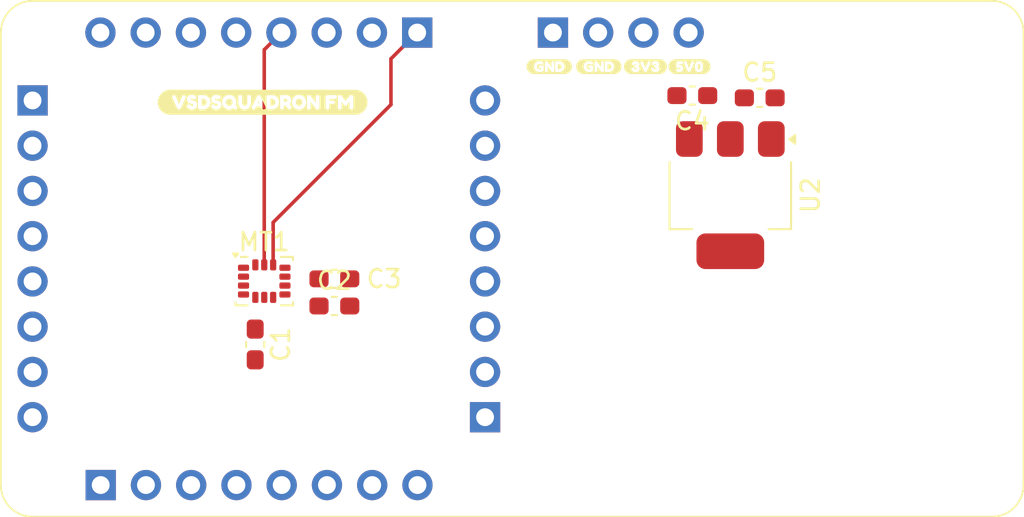
<source format=kicad_pcb>
(kicad_pcb (version 20240108) (generator "pcbnew") (generator_version "8.0")
  (layers (0 "F.Cu" signal) (31 "B.Cu" signal) (34 "B.Paste" user) (35 "F.Paste" user) (36 "B.SilkS" user "B.Silkscreen") (37 "F.SilkS" user "F.Silkscreen") (38 "B.Mask" user) (39 "F.Mask" user) (44 "Edge.Cuts" user))
  (net 0 "")
  (net 1 "GND")
  (net 2 "+3.3V")
  (net 3 "+5V")
  (net 4 "/AP_SDO")
  (net 6 "/AP_SDIO")
  (net 7 "/AP_CS")
  (net 8 "/INT1")
  (net 11 "/AP_SCL")
  (net 13 "/INT2")
  (footprint "Capacitor_SMD:C_0603_1608Metric_Pad1.08x0.95mm_HandSolder" (layer "F.Cu") (at 125.145764 111.233764)
    (property "Reference" "C2" (at 0 -1.43 360) (layer "F.SilkS"))
    (property "Value" "0.1uF")
    (fp_line (start -0.146267 -0.51) (end 0.146267 -0.51) (stroke (width 0.12)) (layer "F.SilkS"))
    (fp_line (start -0.146267 0.51) (end 0.146267 0.51) (stroke (width 0.12)) (layer "F.SilkS"))
    (pad "1" smd roundrect (at -0.8625 0) (size 1.075 0.95) (layers "F.Cu" "F.Paste" "F.Mask") (net 2 "+3.3V"))
    (pad "2" smd roundrect (at 0.8625 0) (size 1.075 0.95) (layers "F.Cu" "F.Paste" "F.Mask") (net 1 "GND"))
  )
  (footprint "Capacitor_SMD:C_0603_1608Metric_Pad1.08x0.95mm_HandSolder" (layer "F.Cu") (at 149.021764 99.549764)
    (property "Reference" "C5" (at 0 -1.43 360) (layer "F.SilkS"))
    (property "Value" "22uF")
    (fp_line (start -0.146267 -0.51) (end 0.146267 -0.51) (stroke (width 0.12)) (layer "F.SilkS"))
    (fp_line (start -0.146267 0.51) (end 0.146267 0.51) (stroke (width 0.12)) (layer "F.SilkS"))
    (pad "1" smd roundrect (at -0.8625 0) (size 1.075 0.95) (layers "F.Cu" "F.Paste" "F.Mask") (net 2 "+3.3V"))
    (pad "2" smd roundrect (at 0.8625 0) (size 1.075 0.95) (layers "F.Cu" "F.Paste" "F.Mask") (net 1 "GND"))
  )
  (footprint "Capacitor_SMD:C_0603_1608Metric_Pad1.08x0.95mm_HandSolder" (layer "F.Cu") (at 125.145764 109.709764)
    (property "Reference" "C3" (at 2.794 0 0) (layer "F.SilkS"))
    (property "Value" "2.2uF")
    (fp_line (start -0.146267 -0.51) (end 0.146267 -0.51) (stroke (width 0.12)) (layer "F.SilkS"))
    (fp_line (start -0.146267 0.51) (end 0.146267 0.51) (stroke (width 0.12)) (layer "F.SilkS"))
    (pad "1" smd roundrect (at -0.8625 0) (size 1.075 0.95) (layers "F.Cu" "F.Paste" "F.Mask") (net 2 "+3.3V"))
    (pad "2" smd roundrect (at 0.8625 0) (size 1.075 0.95) (layers "F.Cu" "F.Paste" "F.Mask") (net 1 "GND"))
  )
  (footprint "Capacitor_SMD:C_0603_1608Metric_Pad1.08x0.95mm_HandSolder" (layer "F.Cu") (at 120.700764 113.392764 -90)
    (property "Reference" "C1" (at 0 -1.43 90) (layer "F.SilkS"))
    (property "Value" "10nF")
    (fp_line (start -0.146267 0.51) (end 0.146267 0.51) (stroke (width 0.12)) (layer "F.SilkS"))
    (fp_line (start -0.146267 -0.51) (end 0.146267 -0.51) (stroke (width 0.12)) (layer "F.SilkS"))
    (pad "1" smd roundrect (at -0.8625 0 270) (size 1.075 0.95) (layers "F.Cu" "F.Paste" "F.Mask") (net 2 "+3.3V"))
    (pad "2" smd roundrect (at 0.8625 0 270) (size 1.075 0.95) (layers "F.Cu" "F.Paste" "F.Mask") (net 1 "GND"))
  )
  (footprint "VSDsquadron_FM:VSDSquadron_FM" (layer "F.Cu") (at 147.116764 115.297764)
    (property "Reference" "U1" (hide yes))
    (property "Value" "VSDSquadron FM" (hide yes))
    (fp_line (start -40.690764 5.987236) (end -40.690764 -19.412764) (stroke (width 0.1)) (layer "F.SilkS"))
    (fp_line (start -38.912764 -21.190764) (end 14.935236 -21.190764) (stroke (width 0.1)) (layer "F.SilkS"))
    (fp_line (start 14.935236 7.765236) (end -38.912764 7.765236) (stroke (width 0.1)) (layer "F.SilkS"))
    (fp_line (start 16.713236 -19.412764) (end 16.713236 5.987236) (stroke (width 0.1)) (layer "F.SilkS"))
    (fp_arc (start -40.690764 -19.412764) (mid -40.17 -20.67) (end -38.912764 -21.190764) (stroke (width 0.1)) (layer "F.SilkS"))
    (fp_arc (start -38.912764 7.765236) (mid -40.17 7.244472) (end -40.690764 5.987236) (stroke (width 0.1)) (layer "F.SilkS"))
    (fp_arc (start 14.935236 -21.190764) (mid 16.192446 -20.669975) (end 16.713236 -19.412764) (stroke (width 0.1)) (layer "F.SilkS"))
    (fp_arc (start 16.713236 5.987236) (mid 16.192461 7.244461) (end 14.935236 7.765236) (stroke (width 0.1)) (layer "F.SilkS"))
    (fp_poly (pts (xy -26.214592 -15.55608) (xy -26.268383 -15.445064) (xy -26.160801 -15.445064) (xy -26.214592 -15.55608)) (fill solid) (layer "F.SilkS"))
    (fp_poly (pts (xy -24.808011 -15.525179) (xy -24.682117 -15.525179) (xy -24.627182 -15.54578) (xy -24.600858 -15.608727) (xy -24.625465 -15.66824) (xy -24.684406 -15.692275) (xy -24.808011 -15.692275) (xy -24.808011 -15.525179)) (fill solid) (layer "F.SilkS"))
    (fp_poly (pts (xy -29.416881 -15.311159) (xy -29.324177 -15.311159) (xy -29.251788 -15.325036) (xy -29.190272 -15.366667) (xy -29.148212 -15.42804) (xy -29.134192 -15.501144) (xy -29.148212 -15.574392) (xy -29.190272 -15.636195) (xy -29.252074 -15.678255) (xy -29.325322 -15.692275) (xy -29.416881 -15.692275) (xy -29.416881 -15.311159)) (fill solid) (layer "F.SilkS"))
    (fp_poly (pts (xy -25.565665 -15.311159) (xy -25.472961 -15.311159) (xy -25.400572 -15.325036) (xy -25.339056 -15.366667) (xy -25.296996 -15.42804) (xy -25.282976 -15.501144) (xy -25.296996 -15.574392) (xy -25.339056 -15.636195) (xy -25.400858 -15.678255) (xy -25.474106 -15.692275) (xy -25.565665 -15.692275) (xy -25.565665 -15.311159)) (fill solid) (layer "F.SilkS"))
    (fp_poly (pts (xy -9.421889 -17.356652) (xy -9.352361 -17.356652) (xy -9.298069 -17.36706) (xy -9.251931 -17.398283) (xy -9.220386 -17.444313) (xy -9.209871 -17.499142) (xy -9.220386 -17.554077) (xy -9.251931 -17.600429) (xy -9.298283 -17.631974) (xy -9.353219 -17.642489) (xy -9.421889 -17.642489) (xy -9.421889 -17.356652)) (fill solid) (layer "F.SilkS"))
    (fp_poly (pts (xy -6.637769 -17.356652) (xy -6.568241 -17.356652) (xy -6.513949 -17.36706) (xy -6.467811 -17.398283) (xy -6.436266 -17.444313) (xy -6.425751 -17.499142) (xy -6.436266 -17.554077) (xy -6.467811 -17.600429) (xy -6.514163 -17.631974) (xy -6.569099 -17.642489) (xy -6.637769 -17.642489) (xy -6.637769 -17.356652)) (fill solid) (layer "F.SilkS"))
    (fp_poly (pts (xy -27.876395 -15.297425) (xy -27.803577 -15.311874) (xy -27.743062 -15.355222) (xy -27.702289 -15.420029) (xy -27.688698 -15.498856) (xy -27.702432 -15.57711) (xy -27.743634 -15.642489) (xy -27.804006 -15.686695) (xy -27.87525 -15.701431) (xy -27.947353 -15.686695) (xy -28.008011 -15.642489) (xy -28.049213 -15.57711) (xy -28.062947 -15.498856) (xy -28.049213 -15.421459) (xy -28.008011 -15.356366) (xy -27.947639 -15.31216) (xy -27.876395 -15.297425)) (fill solid) (layer "F.SilkS"))
    (fp_poly (pts (xy -23.95422 -15.297425) (xy -23.881402 -15.311874) (xy -23.820887 -15.355222) (xy -23.780114 -15.420029) (xy -23.766524 -15.498856) (xy -23.780258 -15.57711) (xy -23.821459 -15.642489) (xy -23.881831 -15.686695) (xy -23.953076 -15.701431) (xy -24.025179 -15.686695) (xy -24.085837 -15.642489) (xy -24.127039 -15.57711) (xy -24.140773 -15.498856) (xy -24.126896 -15.422175) (xy -24.085265 -15.356938) (xy -24.02475 -15.312303) (xy -23.95422 -15.297425)) (fill solid) (layer "F.SilkS"))
    (fp_poly (pts (xy -1.509656 -17.348284) (xy -1.474034 -17.359872) (xy -1.452145 -17.386052) (xy -1.440987 -17.424679) (xy -1.436266 -17.462447) (xy -1.435836 -17.496782) (xy -1.435836 -17.501073) (xy -1.440397 -17.567919) (xy -1.454077 -17.615666) (xy -1.476877 -17.644314) (xy -1.508798 -17.653863) (xy -1.541094 -17.64426) (xy -1.564163 -17.615451) (xy -1.578004 -17.567436) (xy -1.582618 -17.500215) (xy -1.578057 -17.433745) (xy -1.564377 -17.386267) (xy -1.541577 -17.357779) (xy -1.509656 -17.348284)) (fill solid) (layer "F.SilkS"))
    (fp_poly (pts (xy -2.795493 -17.921674) (xy -2.795565 -17.921674) (xy -2.836665 -17.919655) (xy -2.877369 -17.913617) (xy -2.917285 -17.903619) (xy -2.956029 -17.889756) (xy -2.993228 -17.872162) (xy -3.028523 -17.851007) (xy -3.061574 -17.826495) (xy -3.092064 -17.79886) (xy -3.119698 -17.768371) (xy -3.144211 -17.735319) (xy -3.165366 -17.700024) (xy -3.18296 -17.662825) (xy -3.196822 -17.624081) (xy -3.206821 -17.584165) (xy -3.212859 -17.543461) (xy -3.214878 -17.502361) (xy -3.212859 -17.461261) (xy -3.206821 -17.420557) (xy -3.196822 -17.380641) (xy -3.18296 -17.341897) (xy -3.165366 -17.304698) (xy -3.144211 -17.269403) (xy -3.119698 -17.236351) (xy -3.092064 -17.205862) (xy -3.061574 -17.178227) (xy -3.028523 -17.153715) (xy -2.993228 -17.13256) (xy -2.956029 -17.114966) (xy -2.917285 -17.101103) (xy -2.877369 -17.091105) (xy -2.836665 -17.085067) (xy -2.795565 -17.083048) (xy -2.795493 -17.083048) (xy -2.59721 -17.083048) (xy -2.59721 -17.190344) (xy -2.643562 -17.194099) (xy -2.68648 -17.205365) (xy -2.744849 -17.234979) (xy -2.762875 -17.25043) (xy -2.795493 -17.30279) (xy -2.763733 -17.361159) (xy -2.710515 -17.390344) (xy -2.652145 -17.362018) (xy -2.60236 -17.348284) (xy -2.561158 -17.361159) (xy -2.546566 -17.397211) (xy -2.562017 -17.432833) (xy -2.599785 -17.446996) (xy -2.633261 -17.434979) (xy -2.68133 -17.414378) (xy -2.737124 -17.431546) (xy -2.775321 -17.457297) (xy -2.786051 -17.482189) (xy -2.754291 -17.725966) (xy -2.75 -17.75) (xy -2.740128 -17.773606) (xy -2.716094 -17.796352) (xy -2.675321 -17.804078) (xy -2.478755 -17.803219) (xy -2.449141 -17.801503) (xy -2.425965 -17.793348) (xy -2.406652 -17.769314) (xy -2.400643 -17.722533) (xy -2.406223 -17.679614) (xy -2.424678 -17.656867) (xy -2.446995 -17.649142) (xy -2.474463 -17.647855) (xy -2.606652 -17.647855) (xy -2.61266 -17.602361) (xy -2.598068 -17.604078) (xy -2.593776 -17.604078) (xy -2.541607 -17.597354) (xy -2.493824 -17.577182) (xy -2.450429 -17.543563) (xy -2.416094 -17.501073) (xy -2.395493 -17.454292) (xy -2.388626 -17.403219) (xy -2.395302 -17.346329) (xy -2.415331 -17.295828) (xy -2.448712 -17.251717) (xy -2.491917 -17.217621) (xy -2.541416 -17.197163) (xy -2.59721 -17.190344) (xy -2.59721 -17.083048) (xy -2.062446 -17.083048) (xy -2.062446 -17.202361) (xy -2.110515 -17.213091) (xy -2.139699 -17.245279) (xy -2.343133 -17.69249) (xy -2.351716 -17.752146) (xy -2.303648 -17.792919) (xy -2.23927 -17.805794) (xy -2.199785 -17.756867) (xy -2.064163 -17.422962) (xy -1.92854 -17.756867) (xy -1.888197 -17.805365) (xy -1.824678 -17.792919) (xy -1.775321 -17.751717) (xy -1.785193 -17.69249) (xy -1.988626 -17.245279) (xy -2.01824 -17.213949) (xy -2.062446 -17.202361) (xy -2.062446 -17.083048) (xy -1.506223 -17.083048) (xy -1.506223 -17.190344) (xy -1.551931 -17.193992) (xy -1.592918 -17.204936) (xy -1.628004 -17.222425) (xy -1.656008 -17.245709) (xy -1.698068 -17.302361) (xy -1.713412 -17.33455) (xy -1.724248 -17.370172) (xy -1.736266 -17.438413) (xy -1.739699 -17.501073) (xy -1.738626 -17.537125) (xy -1.735407 -17.573176) (xy -1.728433 -17.611374) (xy -1.716094 -17.653863) (xy -1.698819 -17.695709) (xy -1.677038 -17.731975) (xy -1.648068 -17.762769) (xy -1.609227 -17.788198) (xy -1.562017 -17.805258) (xy -1.507939 -17.810945) (xy -1.455364 -17.805365) (xy -1.409227 -17.788627) (xy -1.37103 -17.763627) (xy -1.342274 -17.733262) (xy -1.320493 -17.697425) (xy -1.303218 -17.656009) (xy -1.290772 -17.613627) (xy -1.283476 -17.574893) (xy -1.279935 -17.537769) (xy -1.278755 -17.500215) (xy -1.280042 -17.461696) (xy -1.283905 -17.423391) (xy -1.291523 -17.383906) (xy -1.304077 -17.341846) (xy -1.321351 -17.301181) (xy -1.343133 -17.26588) (xy -1.371673 -17.236052) (xy -1.409227 -17.211803) (xy -1.454506 -17.195709) (xy -1.506223 -17.190344) (xy -1.506223 -17.083048) (xy -1.278755 -17.083048) (xy -1.278683 -17.083048) (xy -1.237583 -17.085067) (xy -1.196879 -17.091105) (xy -1.156963 -17.101103) (xy -1.118219 -17.114966) (xy -1.08102 -17.13256) (xy -1.045725 -17.153715) (xy -1.012674 -17.178227) (xy -0.982184 -17.205862) (xy -0.95455 -17.236351) (xy -0.930037 -17.269403) (xy -0.908882 -17.304698) (xy -0.891288 -17.341897) (xy -0.877426 -17.380641) (xy -0.867427 -17.420557) (xy -0.861389 -17.461261) (xy -0.85937 -17.502361) (xy -0.861389 -17.543461) (xy -0.867427 -17.584165) (xy -0.877426 -17.624081) (xy -0.891288 -17.662825) (xy -0.908882 -17.700024) (xy -0.930037 -17.735319) (xy -0.95455 -17.768371) (xy -0.982184 -17.79886) (xy -1.012674 -17.826495) (xy -1.045725 -17.851007) (xy -1.08102 -17.872162) (xy -1.118219 -17.889756) (xy -1.156963 -17.903619) (xy -1.196879 -17.913617) (xy -1.237583 -17.919655) (xy -1.278683 -17.921674) (xy -1.278755 -17.921674) (xy -2.795493 -17.921674)) (fill solid) (layer "F.SilkS"))
    (fp_poly (pts (xy -10.765236 -17.917167) (xy -10.765308 -17.917167) (xy -10.806197 -17.915159) (xy -10.846693 -17.909152) (xy -10.886405 -17.899204) (xy -10.924951 -17.885412) (xy -10.961959 -17.867909) (xy -10.997073 -17.846862) (xy -11.029956 -17.822475) (xy -11.06029 -17.794982) (xy -11.087782 -17.764648) (xy -11.11217 -17.731766) (xy -11.133216 -17.696651) (xy -11.15072 -17.659643) (xy -11.164512 -17.621097) (xy -11.174459 -17.581385) (xy -11.180466 -17.54089) (xy -11.182475 -17.5) (xy -11.180466 -17.45911) (xy -11.174459 -17.418615) (xy -11.164512 -17.378903) (xy -11.15072 -17.340357) (xy -11.133216 -17.303349) (xy -11.11217 -17.268234) (xy -11.087782 -17.235352) (xy -11.06029 -17.205018) (xy -11.029956 -17.177525) (xy -10.997073 -17.153138) (xy -10.961959 -17.132091) (xy -10.924951 -17.114588) (xy -10.886405 -17.100796) (xy -10.846693 -17.090848) (xy -10.806197 -17.084841) (xy -10.765308 -17.082833) (xy -10.765236 -17.082833) (xy -10.46309 -17.082833) (xy -10.46309 -17.190129) (xy -10.522747 -17.195976) (xy -10.578112 -17.213519) (xy -10.629185 -17.242758) (xy -10.675966 -17.283691) (xy -10.715022 -17.332779) (xy -10.742919 -17.386481) (xy -10.759657 -17.444796) (xy -10.765236 -17.507725) (xy -10.759576 -17.567731) (xy -10.742597 -17.623283) (xy -10.714297 -17.674383) (xy -10.674678 -17.72103) (xy -10.627119 -17.759898) (xy -10.575 -17.787661) (xy -10.518321 -17.804319) (xy -10.457082 -17.809871) (xy -10.412554 -17.80676) (xy -10.364807 -17.797425) (xy -10.319635 -17.782511) (xy -10.282833 -17.762661) (xy -10.258798 -17.745494) (xy -10.242919 -17.727468) (xy -10.234764 -17.702575) (xy -10.254507 -17.654506) (xy -10.286266 -17.620386) (xy -10.318026 -17.609013) (xy -10.364378 -17.628755) (xy -10.408369 -17.646781) (xy -10.461374 -17.65279) (xy -10.517811 -17.642167) (xy -10.565236 -17.6103) (xy -10.597425 -17.562983) (xy -10.608155 -17.506009) (xy -10.596996 -17.44721) (xy -10.563519 -17.396137) (xy -10.515236 -17.36073) (xy -10.459657 -17.348927) (xy -10.410301 -17.351717) (xy -10.37382 -17.360086) (xy -10.37382 -17.433906) (xy -10.437339 -17.433906) (xy -10.460515 -17.435193) (xy -10.478541 -17.44206) (xy -10.493133 -17.462232) (xy -10.497425 -17.500858) (xy -10.492704 -17.538627) (xy -10.476824 -17.558798) (xy -10.45794 -17.565665) (xy -10.434764 -17.566953) (xy -10.284549 -17.566953) (xy -10.251502 -17.560944) (xy -10.231331 -17.549785) (xy -10.22103 -17.532618) (xy -10.217168 -17.513734) (xy -10.216738 -17.492275) (xy -10.216738 -17.316309) (xy -10.237339 -17.266953) (xy -10.261588 -17.243455) (xy -10.293133 -17.223605) (xy -10.34063 -17.205007) (xy -10.397282 -17.193848) (xy -10.46309 -17.190129) (xy -10.46309 -17.082833) (xy -10.076824 -17.082833) (xy -10.076824 -17.198712) (xy -10.12103 -17.204721) (xy -10.144206 -17.224034) (xy -10.152361 -17.247639) (xy -10.154077 -17.277682) (xy -10.154077 -17.723176) (xy -10.152361 -17.751931) (xy -10.143777 -17.774678) (xy -10.120172 -17.793133) (xy -10.075107 -17.798712) (xy -10.036052 -17.793562) (xy -10.014163 -17.782833) (xy -9.998713 -17.765236) (xy -9.78412 -17.476824) (xy -9.78412 -17.723176) (xy -9.782404 -17.751502) (xy -9.77382 -17.774249) (xy -9.749786 -17.792704) (xy -9.70515 -17.798712) (xy -9.660515 -17.792704) (xy -9.636481 -17.772961) (xy -9.628326 -17.749356) (xy -9.627039 -17.719742) (xy -9.627039 -17.276824) (xy -9.628326 -17.24721) (xy -9.636481 -17.224034) (xy -9.660515 -17.204721) (xy -9.706009 -17.198712) (xy -9.750215 -17.203433) (xy -9.775537 -17.221888) (xy -9.997854 -17.515451) (xy -9.997854 -17.276824) (xy -9.999142 -17.24721) (xy -10.007296 -17.224034) (xy -10.031331 -17.204721) (xy -10.076824 -17.198712) (xy -10.076824 -17.082833) (xy -9.500858 -17.082833) (xy -9.500858 -17.199571) (xy -9.544206 -17.205579) (xy -9.567811 -17.224034) (xy -9.576824 -17.248069) (xy -9.57897 -17.278541) (xy -9.57897 -17.722318) (xy -9.577683 -17.751073) (xy -9.569528 -17.774678) (xy -9.545494 -17.793991) (xy -9.5 -17.799571) (xy -9.352361 -17.799571) (xy -9.293133 -17.794099) (xy -9.238198 -17.777682) (xy -9.187554 -17.750322) (xy -9.141202 -17.712017) (xy -9.102522 -17.666094) (xy -9.074893 -17.61588) (xy -9.058316 -17.561373) (xy -9.05279 -17.502575) (xy -9.058316 -17.442194) (xy -9.074893 -17.386373) (xy -9.102522 -17.335113) (xy -9.141202 -17.288412) (xy -9.187715 -17.249544) (xy -9.238841 -17.221781) (xy -9.294582 -17.205123) (xy -9.354936 -17.199571) (xy -9.500858 -17.199571) (xy -9.500858 -17.082833) (xy -9.05279 -17.082833) (xy -9.052718 -17.082833) (xy -9.011829 -17.084841) (xy -8.971333 -17.090848) (xy -8.931621 -17.100796) (xy -8.893075 -17.114588) (xy -8.856067 -17.132091) (xy -8.820953 -17.153138) (xy -8.78807 -17.177525) (xy -8.757736 -17.205018) (xy -8.730244 -17.235352) (xy -8.705856 -17.268234) (xy -8.68481 -17.303349) (xy -8.667306 -17.340357) (xy -8.653514 -17.378903) (xy -8.643567 -17.418615) (xy -8.63756 -17.45911) (xy -8.635551 -17.5) (xy -8.63756 -17.54089) (xy -8.643567 -17.581385) (xy -8.653514 -17.621097) (xy -8.667306 -17.659643) (xy -8.68481 -17.696651) (xy -8.705856 -17.731766) (xy -8.730244 -17.764648) (xy -8.757736 -17.794982) (xy -8.78807 -17.822475) (xy -8.820953 -17.846862) (xy -8.856067 -17.867909) (xy -8.893075 -17.885412) (xy -8.931621 -17.899204) (xy -8.971333 -17.909152) (xy -9.011829 -17.915159) (xy -9.052718 -17.917167) (xy -9.05279 -17.917167) (xy -10.765236 -17.917167)) (fill solid) (layer "F.SilkS"))
    (fp_poly (pts (xy -7.981116 -17.917167) (xy -7.981188 -17.917167) (xy -8.022077 -17.915159) (xy -8.062573 -17.909152) (xy -8.102285 -17.899204) (xy -8.140831 -17.885412) (xy -8.177839 -17.867909) (xy -8.212953 -17.846862) (xy -8.245836 -17.822475) (xy -8.27617 -17.794982) (xy -8.303662 -17.764648) (xy -8.32805 -17.731766) (xy -8.349096 -17.696651) (xy -8.3666 -17.659643) (xy -8.380392 -17.621097) (xy -8.390339 -17.581385) (xy -8.396346 -17.54089) (xy -8.398355 -17.5) (xy -8.396346 -17.45911) (xy -8.390339 -17.418615) (xy -8.380392 -17.378903) (xy -8.3666 -17.340357) (xy -8.349096 -17.303349) (xy -8.32805 -17.268234) (xy -8.303662 -17.235352) (xy -8.27617 -17.205018) (xy -8.245836 -17.177525) (xy -8.212953 -17.153138) (xy -8.177839 -17.132091) (xy -8.140831 -17.114588) (xy -8.102285 -17.100796) (xy -8.062573 -17.090848) (xy -8.022077 -17.084841) (xy -7.981188 -17.082833) (xy -7.981116 -17.082833) (xy -7.67897 -17.082833) (xy -7.67897 -17.190129) (xy -7.738627 -17.195976) (xy -7.793992 -17.213519) (xy -7.845065 -17.242758) (xy -7.891846 -17.283691) (xy -7.930902 -17.332779) (xy -7.958799 -17.386481) (xy -7.975537 -17.444796) (xy -7.981116 -17.507725) (xy -7.975456 -17.567731) (xy -7.958477 -17.623283) (xy -7.930177 -17.674383) (xy -7.890558 -17.72103) (xy -7.842999 -17.759898) (xy -7.79088 -17.787661) (xy -7.734201 -17.804319) (xy -7.672962 -17.809871) (xy -7.628434 -17.80676) (xy -7.580687 -17.797425) (xy -7.535515 -17.782511) (xy -7.498713 -17.762661) (xy -7.474678 -17.745494) (xy -7.458799 -17.727468) (xy -7.450644 -17.702575) (xy -7.470387 -17.654506) (xy -7.502146 -17.620386) (xy -7.533906 -17.609013) (xy -7.580258 -17.628755) (xy -7.624249 -17.646781) (xy -7.677254 -17.65279) (xy -7.733691 -17.642167) (xy -7.781116 -17.6103) (xy -7.813305 -17.562983) (xy -7.824035 -17.506009) (xy -7.812876 -17.44721) (xy -7.779399 -17.396137) (xy -7.731116 -17.36073) (xy -7.675537 -17.348927) (xy -7.626181 -17.351717) (xy -7.5897 -17.360086) (xy -7.5897 -17.433906) (xy -7.653219 -17.433906) (xy -7.676395 -17.435193) (xy -7.694421 -17.44206) (xy -7.709013 -17.462232) (xy -7.713305 -17.500858) (xy -7.708584 -17.538627) (xy -7.692704 -17.558798) (xy -7.67382 -17.565665) (xy -7.650644 -17.566953) (xy -7.500429 -17.566953) (xy -7.467382 -17.560944) (xy -7.447211 -17.549785) (xy -7.43691 -17.532618) (xy -7.433048 -17.513734) (xy -7.432618 -17.492275) (xy -7.432618 -17.316309) (xy -7.453219 -17.266953) (xy -7.477468 -17.243455) (xy -7.509013 -17.223605) (xy -7.55651 -17.205007) (xy -7.613162 -17.193848) (xy -7.67897 -17.190129) (xy -7.67897 -17.082833) (xy -7.292704 -17.082833) (xy -7.292704 -17.198712) (xy -7.33691 -17.204721) (xy -7.360086 -17.224034) (xy -7.368241 -17.247639) (xy -7.369957 -17.277682) (xy -7.369957 -17.723176) (xy -7.368241 -17.751931) (xy -7.359657 -17.774678) (xy -7.336052 -17.793133) (xy -7.290987 -17.798712) (xy -7.251932 -17.793562) (xy -7.230043 -17.782833) (xy -7.214593 -17.765236) (xy -7 -17.476824) (xy -7 -17.723176) (xy -6.998284 -17.751502) (xy -6.9897 -17.774249) (xy -6.965666 -17.792704) (xy -6.92103 -17.798712) (xy -6.876395 -17.792704) (xy -6.852361 -17.772961) (xy -6.844206 -17.749356) (xy -6.842919 -17.719742) (xy -6.842919 -17.276824) (xy -6.844206 -17.24721) (xy -6.852361 -17.224034) (xy -6.876395 -17.204721) (xy -6.921889 -17.198712) (xy -6.966095 -17.203433) (xy -6.991417 -17.221888) (xy -7.213734 -17.515451) (xy -7.213734 -17.276824) (xy -7.215022 -17.24721) (xy -7.223176 -17.224034) (xy -7.247211 -17.204721) (xy -7.292704 -17.198712) (xy -7.292704 -17.082833) (xy -6.716738 -17.082833) (xy -6.716738 -17.199571) (xy -6.760086 -17.205579) (xy -6.783691 -17.224034) (xy -6.792704 -17.248069) (xy -6.79485 -17.278541) (xy -6.79485 -17.722318) (xy -6.793563 -17.751073) (xy -6.785408 -17.774678) (xy -6.761374 -17.793991) (xy -6.71588 -17.799571) (xy -6.568241 -17.799571) (xy -6.509013 -17.794099) (xy -6.454078 -17.777682) (xy -6.403434 -17.750322) (xy -6.357082 -17.712017) (xy -6.318402 -17.666094) (xy -6.290773 -17.61588) (xy -6.274196 -17.561373) (xy -6.26867 -17.502575) (xy -6.274196 -17.442194) (xy -6.290773 -17.386373) (xy -6.318402 -17.335113) (xy -6.357082 -17.288412) (xy -6.403595 -17.249544) (xy -6.454721 -17.221781) (xy -6.510462 -17.205123) (xy -6.570816 -17.199571) (xy -6.716738 -17.199571) (xy -6.716738 -17.082833) (xy -6.26867 -17.082833) (xy -6.268598 -17.082833) (xy -6.227709 -17.084841) (xy -6.187213 -17.090848) (xy -6.147501 -17.100796) (xy -6.108955 -17.114588) (xy -6.071947 -17.132091) (xy -6.036833 -17.153138) (xy -6.00395 -17.177525) (xy -5.973616 -17.205018) (xy -5.946124 -17.235352) (xy -5.921736 -17.268234) (xy -5.90069 -17.303349) (xy -5.883186 -17.340357) (xy -5.869394 -17.378903) (xy -5.859447 -17.418615) (xy -5.85344 -17.45911) (xy -5.851431 -17.5) (xy -5.85344 -17.54089) (xy -5.859447 -17.581385) (xy -5.869394 -17.621097) (xy -5.883186 -17.659643) (xy -5.90069 -17.696651) (xy -5.921736 -17.731766) (xy -5.946124 -17.764648) (xy -5.973616 -17.794982) (xy -6.00395 -17.822475) (xy -6.036833 -17.846862) (xy -6.071947 -17.867909) (xy -6.108955 -17.885412) (xy -6.147501 -17.899204) (xy -6.187213 -17.909152) (xy -6.227709 -17.915159) (xy -6.268598 -17.917167) (xy -6.26867 -17.917167) (xy -7.981116 -17.917167)) (fill solid) (layer "F.SilkS"))
    (fp_poly (pts (xy -5.295923 -17.918884) (xy -5.295994 -17.918884) (xy -5.337052 -17.916867) (xy -5.377714 -17.910835) (xy -5.41759 -17.900847) (xy -5.456294 -17.886998) (xy -5.493455 -17.869423) (xy -5.528714 -17.848289) (xy -5.561732 -17.823802) (xy -5.59219 -17.796196) (xy -5.619796 -17.765737) (xy -5.644284 -17.73272) (xy -5.665417 -17.697461) (xy -5.682993 -17.6603) (xy -5.696841 -17.621596) (xy -5.70683 -17.58172) (xy -5.712861 -17.541058) (xy -5.714878 -17.5) (xy -5.712861 -17.458942) (xy -5.70683 -17.41828) (xy -5.696841 -17.378404) (xy -5.682993 -17.3397) (xy -5.665417 -17.302539) (xy -5.644284 -17.26728) (xy -5.619796 -17.234263) (xy -5.59219 -17.203804) (xy -5.561732 -17.176198) (xy -5.528714 -17.151711) (xy -5.493455 -17.130577) (xy -5.456294 -17.113002) (xy -5.41759 -17.099153) (xy -5.377714 -17.089165) (xy -5.337052 -17.083133) (xy -5.295994 -17.081116) (xy -5.295923 -17.081116) (xy -5.066738 -17.081116) (xy -5.066738 -17.188412) (xy -5.125393 -17.19485) (xy -5.178898 -17.214163) (xy -5.227253 -17.246352) (xy -5.265403 -17.287029) (xy -5.288293 -17.331807) (xy -5.295923 -17.380687) (xy -5.274464 -17.421245) (xy -5.210086 -17.434764) (xy -5.162876 -17.425322) (xy -5.137983 -17.384979) (xy -5.136266 -17.380258) (xy -5.129828 -17.369957) (xy -5.116953 -17.357082) (xy -5.096352 -17.346781) (xy -5.06588 -17.34206) (xy -5.012232 -17.355365) (xy -4.99206 -17.390987) (xy -5.008584 -17.428326) (xy -5.058154 -17.440773) (xy -5.08176 -17.440773) (xy -5.101502 -17.444635) (xy -5.120815 -17.455365) (xy -5.131116 -17.477682) (xy -5.136266 -17.515451) (xy -5.130687 -17.558369) (xy -5.112661 -17.580687) (xy -5.090773 -17.587983) (xy -5.063305 -17.58927) (xy -5.057296 -17.58927) (xy -5.017382 -17.59485) (xy -5.004936 -17.616738) (xy -5.019099 -17.646352) (xy -5.058154 -17.657082) (xy -5.095064 -17.648498) (xy -5.119957 -17.622747) (xy -5.14609 -17.587363) (xy -5.182141 -17.577349) (xy -5.228112 -17.592704) (xy -5.270601 -17.639914) (xy -5.258154 -17.699142) (xy -5.256867 -17.702146) (xy -5.252146 -17.711588) (xy -5.243562 -17.725751) (xy -5.229828 -17.742918) (xy -5.210944 -17.761373) (xy -5.185622 -17.77897) (xy -5.153863 -17.793991) (xy -5.114378 -17.804292) (xy -5.066738 -17.808155) (xy -5.004316 -17.801669) (xy -4.950954 -17.782213) (xy -4.906652 -17.749785) (xy -4.87351 -17.709442) (xy -4.853624 -17.666237) (xy -4.846996 -17.620172) (xy -4.861803 -17.557296) (xy -4.906223 -17.514592) (xy -4.858154 -17.46824) (xy -4.840773 -17.433906) (xy -4.834979 -17.392704) (xy -4.842275 -17.337148) (xy -4.864163 -17.288364) (xy -4.900644 -17.246352) (xy -4.948283 -17.214163) (xy -5.003648 -17.19485) (xy -5.066738 -17.188412) (xy -5.066738 -17.081116) (xy -4.508798 -17.081116) (xy -4.508798 -17.199571) (xy -4.556867 -17.2103) (xy -4.586051 -17.242489) (xy -4.789485 -17.6897) (xy -4.798069 -17.749356) (xy -4.75 -17.790129) (xy -4.685622 -17.803004) (xy -4.646137 -17.754077) (xy -4.510515 -17.420172) (xy -4.374893 -17.754077) (xy -4.334549 -17.802575) (xy -4.27103 -17.790129) (xy -4.221674 -17.748927) (xy -4.231545 -17.6897) (xy -4.434979 -17.242489) (xy -4.464592 -17.211159) (xy -4.508798 -17.199571) (xy -4.508798 -17.081116) (xy -3.956867 -17.081116) (xy -3.956867 -17.188412) (xy -4.015522 -17.19485) (xy -4.069027 -17.214163) (xy -4.117382 -17.246352) (xy -4.155532 -17.287029) (xy -4.178422 -17.331807) (xy -4.186051 -17.380687) (xy -4.164592 -17.421245) (xy -4.100215 -17.434764) (xy -4.053004 -17.425322) (xy -4.028112 -17.384979) (xy -4.026395 -17.380258) (xy -4.019957 -17.369957) (xy -4.007082 -17.357082) (xy -3.986481 -17.346781) (xy -3.956009 -17.34206) (xy -3.90236 -17.355365) (xy -3.882189 -17.390987) (xy -3.898712 -17.428326) (xy -3.948283 -17.440773) (xy -3.971888 -17.440773) (xy -3.991631 -17.444635) (xy -4.010944 -17.455365) (xy -4.021245 -17.477682) (xy -4.026395 -17.515451) (xy -4.020815 -17.558369) (xy -4.00279 -17.580687) (xy -3.980901 -17.587983) (xy -3.953433 -17.58927) (xy -3.947425 -17.58927) (xy -3.907511 -17.59485) (xy -3.895064 -17.616738) (xy -3.909227 -17.646352) (xy -3.948283 -17.657082) (xy -3.985193 -17.648498) (xy -4.010086 -17.622747) (xy -4.036218 -17.587363) (xy -4.07227 -17.577349) (xy -4.11824 -17.592704) (xy -4.16073 -17.639914) (xy -4.148283 -17.699142) (xy -4.146996 -17.702146) (xy -4.142275 -17.711588) (xy -4.133691 -17.725751) (xy -4.119957 -17.742918) (xy -4.101073 -17.761373) (xy -4.075751 -17.77897) (xy -4.043991 -17.793991) (xy -4.004506 -17.804292) (xy -3.956867 -17.808155) (xy -3.894444 -17.801669) (xy -3.841082 -17.782213) (xy -3.796781 -17.749785) (xy -3.763639 -17.709442) (xy -3.743753 -17.666237) (xy -3.737124 -17.620172) (xy -3.751931 -17.557296) (xy -3.796352 -17.514592) (xy -3.748283 -17.46824) (xy -3.730901 -17.433906) (xy -3.725107 -17.392704) (xy -3.732403 -17.337148) (xy -3.754292 -17.288364) (xy -3.790773 -17.246352) (xy -3.838412 -17.214163) (xy -3.893777 -17.19485) (xy -3.956867 -17.188412) (xy -3.956867 -17.081116) (xy -3.725107 -17.081116) (xy -3.725036 -17.081116) (xy -3.683978 -17.083133) (xy -3.643316 -17.089165) (xy -3.60344 -17.099153) (xy -3.564736 -17.113002) (xy -3.527575 -17.130577) (xy -3.492316 -17.151711) (xy -3.459298 -17.176198) (xy -3.42884 -17.203804) (xy -3.401234 -17.234263) (xy -3.376746 -17.26728) (xy -3.355613 -17.302539) (xy -3.338037 -17.3397) (xy -3.324189 -17.378404) (xy -3.3142 -17.41828) (xy -3.308169 -17.458942) (xy -3.306152 -17.5) (xy -3.308169 -17.541058) (xy -3.3142 -17.58172) (xy -3.324189 -17.621596) (xy -3.338037 -17.6603) (xy -3.355613 -17.697461) (xy -3.376746 -17.73272) (xy -3.401234 -17.765737) (xy -3.42884 -17.796196) (xy -3.459298 -17.823802) (xy -3.492316 -17.848289) (xy -3.527575 -17.869423) (xy -3.564736 -17.886998) (xy -3.60344 -17.900847) (xy -3.643316 -17.910835) (xy -3.683978 -17.916867) (xy -3.725036 -17.918884) (xy -3.725107 -17.918884) (xy -5.295923 -17.918884)) (fill solid) (layer "F.SilkS"))
    (fp_poly (pts (xy -31.090129 -16.203863) (xy -31.185503 -16.203863) (xy -31.254494 -16.200473) (xy -31.32282 -16.190338) (xy -31.389824 -16.173555) (xy -31.45486 -16.150284) (xy -31.517302 -16.120751) (xy -31.576548 -16.08524) (xy -31.632029 -16.044093) (xy -31.683209 -15.997706) (xy -31.729596 -15.946526) (xy -31.770744 -15.891045) (xy -31.806255 -15.831799) (xy -31.835787 -15.769357) (xy -31.859058 -15.704321) (xy -31.875841 -15.637317) (xy -31.885976 -15.568991) (xy -31.889366 -15.5) (xy -31.885976 -15.431009) (xy -31.875841 -15.362683) (xy -31.859058 -15.295679) (xy -31.835787 -15.230643) (xy -31.806255 -15.168201) (xy -31.770744 -15.108955) (xy -31.729596 -15.053474) (xy -31.683209 -15.002294) (xy -31.632029 -14.955907) (xy -31.576548 -14.91476) (xy -31.517302 -14.879249) (xy -31.45486 -14.849716) (xy -31.389824 -14.826445) (xy -31.32282 -14.809662) (xy -31.254494 -14.799527) (xy -31.185503 -14.796137) (xy -31.090129 -14.796137) (xy -30.69299 -14.796137) (xy -30.69299 -15.101717) (xy -30.757082 -15.116023) (xy -30.795994 -15.158941) (xy -31.067239 -15.755222) (xy -31.078684 -15.834764) (xy -31.014592 -15.889127) (xy -30.928755 -15.906295) (xy -30.876109 -15.841059) (xy -30.695279 -15.395851) (xy -30.514449 -15.841059) (xy -30.460658 -15.905722) (xy -30.375966 -15.889127) (xy -30.310157 -15.834192) (xy -30.323319 -15.755222) (xy -30.594564 -15.158941) (xy -30.634049 -15.117167) (xy -30.69299 -15.101717) (xy -30.69299 -14.796137) (xy -29.968526 -14.796137) (xy -29.968526 -15.089127) (xy -30.032618 -15.094278) (xy -30.086409 -15.106867) (xy -30.130472 -15.125751) (xy -30.165951 -15.147496) (xy -30.193419 -15.169814) (xy -30.213448 -15.189843) (xy -30.226037 -15.205866) (xy -30.232904 -15.213877) (xy -30.261516 -15.288269) (xy -30.213448 -15.361516) (xy -30.165888 -15.387967) (xy -30.116293 -15.380337) (xy -30.064664 -15.338627) (xy -30.018312 -15.296853) (xy -29.973104 -15.28598) (xy -29.905579 -15.302575) (xy -29.884979 -15.355794) (xy -29.914735 -15.391273) (xy -30.004578 -15.418169) (xy -30.059084 -15.432904) (xy -30.102432 -15.448498) (xy -30.166524 -15.485122) (xy -30.212303 -15.534335) (xy -30.239771 -15.596137) (xy -30.248927 -15.670529) (xy -30.240407 -15.736719) (xy -30.214847 -15.794897) (xy -30.172246 -15.845064) (xy -30.116675 -15.883532) (xy -30.052202 -15.906613) (xy -29.978827 -15.914306) (xy -29.892481 -15.906676) (xy -29.819615 -15.883786) (xy -29.760229 -15.845637) (xy -29.719027 -15.786695) (xy -29.746495 -15.716309) (xy -29.81402 -15.660801) (xy -29.890701 -15.681974) (xy -29.903863 -15.692847) (xy -29.919886 -15.706009) (xy -29.942203 -15.714592) (xy -29.979971 -15.718598) (xy -30.022318 -15.704292) (xy -30.040629 -15.669385) (xy -30.020601 -15.632189) (xy -29.975393 -15.61216) (xy -29.905579 -15.597854) (xy -29.832332 -15.580114) (xy -29.767525 -15.550358) (xy -29.71731 -15.506867) (xy -29.685122 -15.444778) (xy -29.674392 -15.359227) (xy -29.679256 -15.304578) (xy -29.693848 -15.255079) (xy -29.743634 -15.177825) (xy -29.81402 -15.126896) (xy -29.892418 -15.097711) (xy -29.968526 -15.089127) (xy -29.968526 -14.796137) (xy -29.522175 -14.796137) (xy -29.522175 -15.101717) (xy -29.579971 -15.109728) (xy -29.611445 -15.134335) (xy -29.623462 -15.166381) (xy -29.626323 -15.20701) (xy -29.626323 -15.798712) (xy -29.624607 -15.837053) (xy -29.613734 -15.868526) (xy -29.581688 -15.894278) (xy -29.52103 -15.901717) (xy -29.324177 -15.901717) (xy -29.245207 -15.894421) (xy -29.17196 -15.872532) (xy -29.104435 -15.836052) (xy -29.042632 -15.784979) (xy -28.991059 -15.723748) (xy -28.95422 -15.656795) (xy -28.932117 -15.58412) (xy -28.92475 -15.505722) (xy -28.932117 -15.425215) (xy -28.95422 -15.350787) (xy -28.991059 -15.282439) (xy -29.042632 -15.220172) (xy -29.10465 -15.168348) (xy -29.172818 -15.13133) (xy -29.247139 -15.10912) (xy -29.327611 -15.101717) (xy -29.522175 -15.101717) (xy -29.522175 -14.796137) (xy -28.598569 -14.796137) (xy -28.598569 -15.089127) (xy -28.662661 -15.094278) (xy -28.716452 -15.106867) (xy -28.760515 -15.125751) (xy -28.795994 -15.147496) (xy -28.823462 -15.169814) (xy -28.843491 -15.189843) (xy -28.85608 -15.205866) (xy -28.862947 -15.213877) (xy -28.891559 -15.288269) (xy -28.843491 -15.361516) (xy -28.795931 -15.387967) (xy -28.746336 -15.380337) (xy -28.694707 -15.338627) (xy -28.648355 -15.296853) (xy -28.603147 -15.28598) (xy -28.535622 -15.302575) (xy -28.515021 -15.355794) (xy -28.544778 -15.391273) (xy -28.634621 -15.418169) (xy -28.689127 -15.432904) (xy -28.732475 -15.448498) (xy -28.796567 -15.485122) (xy -28.842346 -15.534335) (xy -28.869814 -15.596137) (xy -28.87897 -15.670529) (xy -28.87045 -15.736719) (xy -28.84489 -15.794897) (xy -28.802289 -15.845064) (xy -28.746718 -15.883532) (xy -28.682244 -15.906613) (xy -28.60887 -15.914306) (xy -28.522524 -15.906676) (xy -28.449658 -15.883786) (xy -28.390272 -15.845637) (xy -28.34907 -15.786695) (xy -28.376538 -15.716309) (xy -28.444063 -15.660801) (xy -28.520744 -15.681974) (xy -28.533906 -15.692847) (xy -28.549928 -15.706009) (xy -28.572246 -15.714592) (xy -28.610014 -15.718598) (xy -28.652361 -15.704292) (xy -28.670672 -15.669385) (xy -28.650644 -15.632189) (xy -28.605436 -15.61216) (xy -28.535622 -15.597854) (xy -28.462375 -15.580114) (xy -28.397568 -15.550358) (xy -28.347353 -15.506867) (xy -28.315165 -15.444778) (xy -28.304435 -15.359227) (xy -28.309299 -15.304578) (xy -28.323891 -15.255079) (xy -28.373677 -15.177825) (xy -28.444063 -15.126896) (xy -28.522461 -15.097711) (xy -28.598569 -15.089127) (xy -28.598569 -14.796137) (xy -27.870672 -14.796137) (xy -27.870672 -15.087983) (xy -27.950644 -15.095422) (xy -28.024607 -15.11774) (xy -28.092561 -15.154936) (xy -28.154506 -15.20701) (xy -28.20608 -15.269599) (xy -28.242918 -15.33834) (xy -28.265021 -15.413233) (xy -28.272389 -15.494278) (xy -28.265236 -15.577969) (xy -28.243777 -15.655079) (xy -28.208011 -15.725608) (xy -28.15794 -15.789557) (xy -28.097639 -15.842632) (xy -28.031187 -15.880544) (xy -27.958584 -15.90329) (xy -27.879828 -15.910873) (xy -27.799428 -15.903398) (xy -27.725322 -15.880973) (xy -27.657511 -15.843598) (xy -27.595994 -15.791273) (xy -27.544921 -15.728147) (xy -27.508441 -15.658369) (xy -27.486552 -15.581938) (xy -27.479256 -15.498856) (xy -27.488698 -15.411588) (xy -27.517024 -15.326037) (xy -27.465522 -15.291702) (xy -27.410587 -15.227611) (xy -27.440343 -15.146352) (xy -27.507868 -15.090844) (xy -27.585694 -15.120029) (xy -27.649785 -15.16123) (xy -27.719091 -15.120537) (xy -27.79272 -15.096121) (xy -27.870672 -15.087983) (xy -27.870672 -14.796137) (xy -27.00887 -14.796137) (xy -27.00887 -15.087983) (xy -27.088698 -15.09671) (xy -27.161087 -15.12289) (xy -27.223319 -15.163376) (xy -27.272675 -15.215021) (xy -27.310587 -15.274821) (xy -27.338484 -15.339771) (xy -27.355651 -15.407868) (xy -27.361373 -15.47711) (xy -27.361373 -15.797568) (xy -27.359657 -15.837053) (xy -27.348784 -15.868526) (xy -27.316738 -15.89485) (xy -27.25608 -15.902861) (xy -27.195994 -15.89485) (xy -27.164521 -15.869099) (xy -27.153076 -15.837053) (xy -27.150787 -15.796423) (xy -27.150787 -15.47711) (xy -27.139342 -15.396423) (xy -27.093562 -15.328898) (xy -27.054363 -15.306152) (xy -27.005436 -15.298569) (xy -26.946781 -15.310873) (xy -26.901288 -15.347783) (xy -26.872103 -15.405007) (xy -26.862375 -15.478255) (xy -26.862375 -15.80329) (xy -26.860086 -15.840486) (xy -26.848641 -15.870243) (xy -26.816595 -15.89485) (xy -26.757082 -15.902861) (xy -26.697568 -15.89485) (xy -26.665522 -15.867954) (xy -26.65465 -15.835908) (xy -26.652933 -15.796423) (xy -26.652933 -15.474821) (xy -26.658798 -15.405579) (xy -26.676395 -15.337482) (xy -26.704864 -15.272675) (xy -26.743348 -15.213305) (xy -26.793276 -15.162232) (xy -26.85608 -15.122318) (xy -26.928898 -15.096567) (xy -27.00887 -15.087983) (xy -27.00887 -14.796137) (xy -25.963949 -14.796137) (xy -25.963949 -15.091989) (xy -26.020029 -15.157797) (xy -26.072675 -15.266524) (xy -26.35422 -15.266524) (xy -26.406867 -15.156652) (xy -26.464092 -15.093133) (xy -26.547639 -15.109728) (xy -26.611731 -15.165236) (xy -26.596853 -15.245923) (xy -26.309585 -15.841059) (xy -26.269528 -15.885122) (xy -26.213448 -15.901717) (xy -26.157654 -15.886266) (xy -26.118455 -15.839914) (xy -25.831187 -15.245923) (xy -25.815737 -15.164664) (xy -25.879256 -15.108584) (xy -25.963949 -15.091989) (xy -25.963949 -14.796137) (xy -25.670959 -14.796137) (xy -25.670959 -15.101717) (xy -25.728755 -15.109728) (xy -25.760229 -15.134335) (xy -25.772246 -15.166381) (xy -25.775107 -15.20701) (xy -25.775107 -15.798712) (xy -25.773391 -15.837053) (xy -25.762518 -15.868526) (xy -25.730472 -15.894278) (xy -25.669814 -15.901717) (xy -25.472961 -15.901717) (xy -25.393991 -15.894421) (xy -25.320744 -15.872532) (xy -25.253219 -15.836052) (xy -25.191416 -15.784979) (xy -25.139843 -15.723748) (xy -25.103004 -15.656795) (xy -25.080901 -15.58412) (xy -25.073534 -15.505722) (xy -25.080901 -15.425215) (xy -25.103004 -15.350787) (xy -25.139843 -15.282439) (xy -25.191416 -15.220172) (xy -25.253433 -15.168348) (xy -25.321602 -15.13133) (xy -25.395923 -15.10912) (xy -25.476395 -15.101717) (xy -25.670959 -15.101717) (xy -25.670959 -14.796137) (xy -24.515021 -14.796137) (xy -24.515021 -15.097711) (xy -24.579113 -15.15093) (xy -24.701574 -15.316881) (xy -24.808011 -15.316881) (xy -24.808011 -15.205866) (xy -24.809728 -15.166381) (xy -24.820601 -15.135479) (xy -24.852647 -15.109728) (xy -24.913305 -15.101717) (xy -24.972818 -15.109728) (xy -25.004864 -15.136052) (xy -25.015737 -15.167525) (xy -25.017454 -15.20701) (xy -25.017454 -15.797568) (xy -25.015737 -15.835908) (xy -25.004864 -15.867382) (xy -24.972818 -15.893705) (xy -24.91216 -15.901717) (xy -24.682117 -15.901717) (xy -24.635622 -15.897139) (xy -24.587697 -15.883405) (xy -24.539914 -15.861087) (xy -24.493848 -15.830758) (xy -24.45279 -15.790272) (xy -24.420029 -15.737482) (xy -24.398569 -15.675536) (xy -24.391416 -15.607582) (xy -24.402607 -15.521873) (xy -24.436179 -15.447862) (xy -24.492132 -15.385551) (xy -24.409728 -15.27568) (xy -24.378827 -15.19671) (xy -24.433763 -15.129185) (xy -24.515021 -15.097711) (xy -24.515021 -14.796137) (xy -23.948498 -14.796137) (xy -23.948498 -15.087983) (xy -24.028469 -15.095422) (xy -24.102432 -15.11774) (xy -24.170386 -15.154936) (xy -24.232332 -15.20701) (xy -24.283906 -15.269599) (xy -24.320744 -15.33834) (xy -24.342847 -15.413233) (xy -24.350215 -15.494278) (xy -24.343062 -15.577969) (xy -24.321602 -15.655079) (xy -24.285837 -15.725608) (xy -24.235765 -15.789557) (xy -24.175465 -15.842632) (xy -24.109013 -15.880544) (xy -24.036409 -15.90329) (xy -23.957654 -15.910873) (xy -23.877253 -15.903398) (xy -23.803147 -15.880973) (xy -23.735336 -15.843598) (xy -23.67382 -15.791273) (xy -23.622747 -15.728147) (xy -23.586266 -15.658369) (xy -23.564378 -15.581938) (xy -23.557082 -15.498856) (xy -23.56427 -15.417203) (xy -23.585837 -15.341631) (xy -23.621781 -15.272139) (xy -23.672103 -15.208727) (xy -23.732511 -15.155901) (xy -23.798712 -15.118169) (xy -23.870708 -15.095529) (xy -23.948498 -15.087983) (xy -23.948498 -14.796137) (xy -23.406009 -14.796137) (xy -23.406009 -15.100572) (xy -23.46495 -15.108584) (xy -23.495851 -15.134335) (xy -23.506724 -15.165808) (xy -23.509013 -15.205866) (xy -23.509013 -15.799857) (xy -23.506724 -15.838197) (xy -23.495279 -15.868526) (xy -23.463805 -15.893133) (xy -23.40372 -15.900572) (xy -23.351645 -15.893705) (xy -23.322461 -15.879399) (xy -23.30186 -15.855937) (xy -23.015737 -15.471388) (xy -23.015737 -15.799857) (xy -23.013448 -15.837625) (xy -23.002003 -15.867954) (xy -22.969957 -15.892561) (xy -22.910443 -15.900572) (xy -22.85093 -15.892561) (xy -22.818884 -15.866237) (xy -22.808011 -15.834764) (xy -22.806295 -15.795279) (xy -22.806295 -15.204721) (xy -22.808011 -15.165236) (xy -22.818884 -15.134335) (xy -22.85093 -15.108584) (xy -22.911588 -15.100572) (xy -22.970529 -15.106867) (xy -23.004292 -15.131474) (xy -23.300715 -15.52289) (xy -23.300715 -15.204721) (xy -23.302432 -15.165236) (xy -23.313305 -15.134335) (xy -23.345351 -15.108584) (xy -23.406009 -15.100572) (xy -23.406009 -14.796137) (xy -22.357654 -14.796137) (xy -22.357654 -15.100572) (xy -22.417167 -15.108584) (xy -22.449213 -15.134907) (xy -22.460086 -15.166381) (xy -22.461803 -15.205866) (xy -22.461803 -15.797568) (xy -22.43834 -15.879399) (xy -22.35422 -15.901717) (xy -21.935336 -15.901717) (xy -21.896996 -15.9) (xy -21.866094 -15.889127) (xy -21.840343 -15.857082) (xy -21.832332 -15.796423) (xy -21.840343 -15.736338) (xy -21.866667 -15.704864) (xy -21.89814 -15.693991) (xy -21.937625 -15.692275) (xy -22.252361 -15.692275) (xy -22.252361 -15.590415) (xy -22.041774 -15.590415) (xy -22.004578 -15.588698) (xy -21.97711 -15.57897) (xy -21.955365 -15.551502) (xy -21.94907 -15.498856) (xy -21.955365 -15.44907) (xy -21.977682 -15.422747) (xy -22.005722 -15.413591) (xy -22.042918 -15.411874) (xy -22.252361 -15.411874) (xy -22.252361 -15.204721) (xy -22.254077 -15.165236) (xy -22.26495 -15.134335) (xy -22.296996 -15.108584) (xy -22.357654 -15.100572) (xy -22.357654 -14.796137) (xy -21.66867 -14.796137) (xy -21.66867 -15.101717) (xy -21.727611 -15.109728) (xy -21.758512 -15.135479) (xy -21.769385 -15.166953) (xy -21.771674 -15.20701) (xy -21.771674 -15.797568) (xy -21.769957 -15.835908) (xy -21.759084 -15.86681) (xy -21.727039 -15.892561) (xy -21.666381 -15.900572) (xy -21.636052 -15.898856) (xy -21.615451 -15.895994) (xy -21.600572 -15.890844) (xy -21.590844 -15.885122) (xy -21.58226 -15.876538) (xy -21.574821 -15.868526) (xy -21.341345 -15.56867) (xy -21.109013 -15.867382) (xy -21.074678 -15.893705) (xy -21.01402 -15.900572) (xy -20.954506 -15.892561) (xy -20.923033 -15.86681) (xy -20.91216 -15.835336) (xy -20.909871 -15.795279) (xy -20.909871 -15.204721) (xy -20.91216 -15.165808) (xy -20.923605 -15.134907) (xy -20.955079 -15.109728) (xy -21.015165 -15.101717) (xy -21.074678 -15.109728) (xy -21.106724 -15.136052) (xy -21.117597 -15.167525) (xy -21.119313 -15.20701) (xy -21.119313 -15.532046) (xy -21.253219 -15.350072) (xy -21.260086 -15.340916) (xy -21.270959 -15.328326) (xy -21.285837 -15.316881) (xy -21.309871 -15.306581) (xy -21.341345 -15.303147) (xy -21.392847 -15.314878) (xy -21.430615 -15.350072) (xy -21.563376 -15.530901) (xy -21.563376 -15.204721) (xy -21.565093 -15.166381) (xy -21.575966 -15.135479) (xy -21.608011 -15.109728) (xy -21.66867 -15.101717) (xy -21.66867 -14.796137) (xy -20.909871 -14.796137) (xy -20.814497 -14.796137) (xy -20.745506 -14.799527) (xy -20.67718 -14.809662) (xy -20.610176 -14.826445) (xy -20.54514 -14.849716) (xy -20.482698 -14.879249) (xy -20.423452 -14.91476) (xy -20.367971 -14.955907) (xy -20.316791 -15.002294) (xy -20.270404 -15.053474) (xy -20.229256 -15.108955) (xy -20.193745 -15.168201) (xy -20.164213 -15.230643) (xy -20.140942 -15.295679) (xy -20.124159 -15.362683) (xy -20.114024 -15.431009) (xy -20.110634 -15.5) (xy -20.114024 -15.568991) (xy -20.124159 -15.637317) (xy -20.140942 -15.704321) (xy -20.164213 -15.769357) (xy -20.193745 -15.831799) (xy -20.229256 -15.891045) (xy -20.270404 -15.946526) (xy -20.316791 -15.997706) (xy -20.367971 -16.044093) (xy -20.423452 -16.08524) (xy -20.482698 -16.120751) (xy -20.54514 -16.150284) (xy -20.610176 -16.173555) (xy -20.67718 -16.190338) (xy -20.745506 -16.200473) (xy -20.814497 -16.203863) (xy -20.909871 -16.203863) (xy -31.090129 -16.203863)) (fill solid) (layer "F.SilkS"))
    (pad "1" thru_hole rect (at -35.087764 5.987236 90) (size 1.7 1.7) (drill 1) (layers "*.Cu" "*.Mask"))
    (pad "2" thru_hole oval (at -32.547764 5.987236 90) (size 1.7 1.7) (drill 1) (layers "*.Cu" "*.Mask"))
    (pad "3" thru_hole oval (at -30.007764 5.987236 90) (size 1.7 1.7) (drill 1) (layers "*.Cu" "*.Mask"))
    (pad "4" thru_hole oval (at -27.467764 5.987236 90) (size 1.7 1.7) (drill 1) (layers "*.Cu" "*.Mask"))
    (pad "5" thru_hole oval (at -24.927764 5.987236 90) (size 1.7 1.7) (drill 1) (layers "*.Cu" "*.Mask"))
    (pad "6" thru_hole oval (at -22.387764 5.987236 90) (size 1.7 1.7) (drill 1) (layers "*.Cu" "*.Mask"))
    (pad "7" thru_hole oval (at -19.847764 5.987236 90) (size 1.7 1.7) (drill 1) (layers "*.Cu" "*.Mask"))
    (pad "8" thru_hole oval (at -17.307764 5.987236 90) (size 1.7 1.7) (drill 1) (layers "*.Cu" "*.Mask"))
    (pad "9" thru_hole rect (at -13.512764 2.177236 180) (size 1.7 1.7) (drill 1) (layers "*.Cu" "*.Mask"))
    (pad "10" thru_hole oval (at -13.512764 -0.362764 180) (size 1.7 1.7) (drill 1) (layers "*.Cu" "*.Mask"))
    (pad "11" thru_hole oval (at -13.512764 -2.902764 180) (size 1.7 1.7) (drill 1) (layers "*.Cu" "*.Mask"))
    (pad "12" thru_hole oval (at -13.512764 -5.442764 180) (size 1.7 1.7) (drill 1) (layers "*.Cu" "*.Mask"))
    (pad "13" thru_hole oval (at -13.512764 -7.982764 180) (size 1.7 1.7) (drill 1) (layers "*.Cu" "*.Mask"))
    (pad "14" thru_hole oval (at -13.512764 -10.522764 180) (size 1.7 1.7) (drill 1) (layers "*.Cu" "*.Mask"))
    (pad "15" thru_hole oval (at -13.512764 -13.062764 180) (size 1.7 1.7) (drill 1) (layers "*.Cu" "*.Mask"))
    (pad "16" thru_hole oval (at -13.512764 -15.602764 180) (size 1.7 1.7) (drill 1) (layers "*.Cu" "*.Mask"))
    (pad "17" thru_hole rect (at -17.322764 -19.412764 270) (size 1.7 1.7) (drill 1) (layers "*.Cu" "*.Mask") (net 7 "/AP_CS"))
    (pad "18" thru_hole oval (at -19.862764 -19.412764 270) (size 1.7 1.7) (drill 1) (layers "*.Cu" "*.Mask") (net 4 "/AP_SDO"))
    (pad "19" thru_hole oval (at -22.402764 -19.412764 270) (size 1.7 1.7) (drill 1) (layers "*.Cu" "*.Mask") (net 6 "/AP_SDIO"))
    (pad "20" thru_hole oval (at -24.942764 -19.412764 270) (size 1.7 1.7) (drill 1) (layers "*.Cu" "*.Mask") (net 11 "/AP_SCL"))
    (pad "21" thru_hole oval (at -27.482764 -19.412764 270) (size 1.7 1.7) (drill 1) (layers "*.Cu" "*.Mask") (net 8 "/INT1"))
    (pad "22" thru_hole oval (at -30.022764 -19.412764 270) (size 1.7 1.7) (drill 1) (layers "*.Cu" "*.Mask") (net 1 "GND"))
    (pad "23" thru_hole oval (at -32.562764 -19.412764 270) (size 1.7 1.7) (drill 1) (layers "*.Cu" "*.Mask") (net 13 "/INT2"))
    (pad "24" thru_hole oval (at -35.102764 -19.412764 270) (size 1.7 1.7) (drill 1) (layers "*.Cu" "*.Mask"))
    (pad "25" thru_hole rect (at -38.912764 -15.602764) (size 1.7 1.7) (drill 1) (layers "*.Cu" "*.Mask"))
    (pad "26" thru_hole oval (at -38.912764 -13.062764) (size 1.7 1.7) (drill 1) (layers "*.Cu" "*.Mask"))
    (pad "27" thru_hole oval (at -38.912764 -10.522764) (size 1.7 1.7) (drill 1) (layers "*.Cu" "*.Mask"))
    (pad "28" thru_hole oval (at -38.912764 -7.982764) (size 1.7 1.7) (drill 1) (layers "*.Cu" "*.Mask"))
    (pad "29" thru_hole oval (at -38.912764 -5.442764) (size 1.7 1.7) (drill 1) (layers "*.Cu" "*.Mask"))
    (pad "30" thru_hole oval (at -38.912764 -2.902764) (size 1.7 1.7) (drill 1) (layers "*.Cu" "*.Mask"))
    (pad "31" thru_hole oval (at -38.912764 -0.362764) (size 1.7 1.7) (drill 1) (layers "*.Cu" "*.Mask"))
    (pad "32" thru_hole oval (at -38.912764 2.177236) (size 1.7 1.7) (drill 1) (layers "*.Cu" "*.Mask"))
    (pad "33" thru_hole rect (at -9.702764 -19.412764 90) (size 1.7 1.7) (drill 1) (layers "*.Cu" "*.Mask") (net 1 "GND"))
    (pad "34" thru_hole oval (at -7.162764 -19.412764 90) (size 1.7 1.7) (drill 1) (layers "*.Cu" "*.Mask") (net 1 "GND"))
    (pad "35" thru_hole oval (at -4.622764 -19.412764 90) (size 1.7 1.7) (drill 1) (layers "*.Cu" "*.Mask"))
    (pad "36" thru_hole oval (at -2.082764 -19.412764 90) (size 1.7 1.7) (drill 1) (layers "*.Cu" "*.Mask") (net 3 "+5V"))
  )
  (footprint "Capacitor_SMD:C_0603_1608Metric_Pad1.08x0.95mm_HandSolder" (layer "F.Cu") (at 145.238264 99.422764 180)
    (property "Reference" "C4" (at 0 -1.43 360) (layer "F.SilkS"))
    (property "Value" "10uF")
    (fp_line (start -0.146267 0.51) (end 0.146267 0.51) (stroke (width 0.12)) (layer "F.SilkS"))
    (fp_line (start -0.146267 -0.51) (end 0.146267 -0.51) (stroke (width 0.12)) (layer "F.SilkS"))
    (pad "1" smd roundrect (at -0.8625 0 180) (size 1.075 0.95) (layers "F.Cu" "F.Paste" "F.Mask") (net 3 "+5V"))
    (pad "2" smd roundrect (at 0.8625 0 180) (size 1.075 0.95) (layers "F.Cu" "F.Paste" "F.Mask") (net 1 "GND"))
  )
  (footprint "Package_LGA:LGA-14_3x2.5mm_P0.5mm_LayoutBorder3x4y" (layer "F.Cu") (at 121.208764 109.836764)
    (property "Reference" "MT1" (at 0 -2.2 360) (layer "F.SilkS"))
    (property "Value" "ICM-42670-P")
    (fp_line (start -1.61 1.36) (end -1.61 1.185) (stroke (width 0.12)) (layer "F.SilkS"))
    (fp_line (start -0.935 -1.36) (end -1.31 -1.36) (stroke (width 0.12)) (layer "F.SilkS"))
    (fp_line (start -0.935 1.36) (end -1.61 1.36) (stroke (width 0.12)) (layer "F.SilkS"))
    (fp_line (start 0.935 -1.36) (end 1.61 -1.36) (stroke (width 0.12)) (layer "F.SilkS"))
    (fp_line (start 0.935 1.36) (end 1.61 1.36) (stroke (width 0.12)) (layer "F.SilkS"))
    (fp_line (start 1.61 -1.36) (end 1.61 -1.185) (stroke (width 0.12)) (layer "F.SilkS"))
    (fp_line (start 1.61 1.36) (end 1.61 1.185) (stroke (width 0.12)) (layer "F.SilkS"))
    (fp_poly (pts (xy -1.61 -1.36) (xy -1.75 -1.55) (xy -1.47 -1.55) (xy -1.61 -1.36)) (stroke (width 0.12)) (fill solid) (layer "F.SilkS"))
    (pad "1" smd roundrect (at -1.1625 -0.75) (size 0.625 0.35) (layers "F.Cu" "F.Paste" "F.Mask") (net 4 "/AP_SDO"))
    (pad "2" smd roundrect (at -1.1625 -0.25) (size 0.625 0.35) (layers "F.Cu" "F.Paste" "F.Mask"))
    (pad "3" smd roundrect (at -1.1625 0.25) (size 0.625 0.35) (layers "F.Cu" "F.Paste" "F.Mask"))
    (pad "4" smd roundrect (at -1.1625 0.75) (size 0.625 0.35) (layers "F.Cu" "F.Paste" "F.Mask") (net 8 "/INT1"))
    (pad "5" smd roundrect (at -0.5 0.9125) (size 0.35 0.625) (layers "F.Cu" "F.Paste" "F.Mask") (net 2 "+3.3V"))
    (pad "6" smd roundrect (at 0 0.9125) (size 0.35 0.625) (layers "F.Cu" "F.Paste" "F.Mask") (net 1 "GND"))
    (pad "7" smd roundrect (at 0.5 0.9125) (size 0.35 0.625) (layers "F.Cu" "F.Paste" "F.Mask") (net 1 "GND"))
    (pad "8" smd roundrect (at 1.1625 0.75) (size 0.625 0.35) (layers "F.Cu" "F.Paste" "F.Mask") (net 2 "+3.3V"))
    (pad "9" smd roundrect (at 1.1625 0.25) (size 0.625 0.35) (layers "F.Cu" "F.Paste" "F.Mask") (net 13 "/INT2"))
    (pad "10" smd roundrect (at 1.1625 -0.25) (size 0.625 0.35) (layers "F.Cu" "F.Paste" "F.Mask"))
    (pad "11" smd roundrect (at 1.1625 -0.75) (size 0.625 0.35) (layers "F.Cu" "F.Paste" "F.Mask"))
    (pad "12" smd roundrect (at 0.5 -0.9125) (size 0.35 0.625) (layers "F.Cu" "F.Paste" "F.Mask") (net 7 "/AP_CS"))
    (pad "13" smd roundrect (at 0 -0.9125) (size 0.35 0.625) (layers "F.Cu" "F.Paste" "F.Mask") (net 11 "/AP_SCL"))
    (pad "14" smd roundrect (at -0.5 -0.9125) (size 0.35 0.625) (layers "F.Cu" "F.Paste" "F.Mask") (net 6 "/AP_SDIO"))
  )
  (footprint "Package_TO_SOT_SMD:SOT-223-3_TabPin2" (layer "F.Cu") (at 147.370764 105.010764 -90)
    (property "Reference" "U2" (at 0 -4.5 90) (layer "F.SilkS"))
    (property "Value" "AMS1117-3.3")
    (fp_line (start -1.85 3.41) (end 1.91 3.41) (stroke (width 0.12)) (layer "F.SilkS"))
    (fp_line (start 1.91 3.41) (end 1.91 2.15) (stroke (width 0.12)) (layer "F.SilkS"))
    (fp_line (start -1.85 -3.41) (end 1.91 -3.41) (stroke (width 0.12)) (layer "F.SilkS"))
    (fp_line (start 1.91 -3.41) (end 1.91 -2.15) (stroke (width 0.12)) (layer "F.SilkS"))
    (fp_poly (pts (xy -3.13 -3.31) (xy -3.37 -3.64) (xy -2.89 -3.64) (xy -3.13 -3.31)) (stroke (width 0.12)) (fill solid) (layer "F.SilkS"))
    (pad "1" smd roundrect (at -3.15 -2.3 270) (size 2 1.5) (layers "F.Cu" "F.Paste" "F.Mask") (net 1 "GND"))
    (pad "2" smd roundrect (at -3.15 0 270) (size 2 1.5) (layers "F.Cu" "F.Paste" "F.Mask") (net 2 "+3.3V"))
    (pad "2" smd roundrect (at 3.15 0 270) (size 2 3.8) (layers "F.Cu" "F.Paste" "F.Mask") (net 2 "+3.3V"))
    (pad "3" smd roundrect (at -3.15 2.3 270) (size 2 1.5) (layers "F.Cu" "F.Paste" "F.Mask") (net 3 "+5V"))
  )
  (segment (start 121.708764 108.924264) (end 121.708764 106.542764) (width 0.2) (layer "F.Cu") (net 7))
  (segment (start 128.320764 97.358236) (end 129.794 95.885) (width 0.2) (layer "F.Cu") (net 7))
  (segment (start 121.708764 106.542764) (end 128.320764 99.930764) (width 0.2) (layer "F.Cu") (net 7))
  (segment (start 128.320764 99.930764) (end 128.320764 97.358236) (width 0.2) (layer "F.Cu") (net 7))
  (segment (start 121.208764 96.850236) (end 122.174 95.885) (width 0.2) (layer "F.Cu") (net 11))
  (segment (start 121.208764 108.924264) (end 121.208764 96.850236) (width 0.2) (layer "F.Cu") (net 11))
)
</source>
